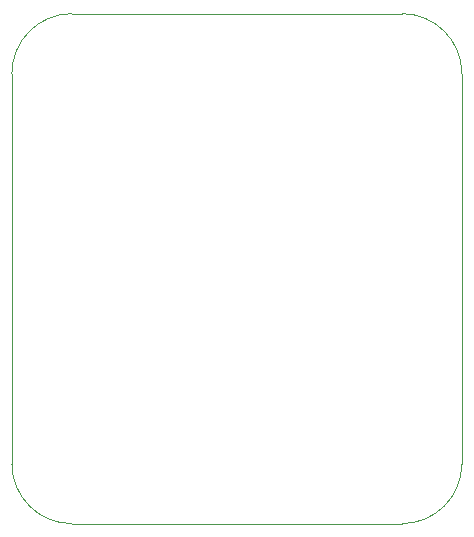
<source format=gbr>
%TF.GenerationSoftware,KiCad,Pcbnew,7.0.6*%
%TF.CreationDate,2024-03-18T09:35:31+01:00*%
%TF.ProjectId,PymonPCB,50796d6f-6e50-4434-922e-6b696361645f,rev?*%
%TF.SameCoordinates,Original*%
%TF.FileFunction,Profile,NP*%
%FSLAX46Y46*%
G04 Gerber Fmt 4.6, Leading zero omitted, Abs format (unit mm)*
G04 Created by KiCad (PCBNEW 7.0.6) date 2024-03-18 09:35:31*
%MOMM*%
%LPD*%
G01*
G04 APERTURE LIST*
%TA.AperFunction,Profile*%
%ADD10C,0.100000*%
%TD*%
G04 APERTURE END LIST*
D10*
X120650000Y-125730000D02*
X148590000Y-125730000D01*
X115570000Y-120650000D02*
X115570000Y-87630000D01*
X115570000Y-120650000D02*
G75*
G03*
X120650000Y-125730000I5080000J0D01*
G01*
X153670000Y-87630000D02*
X153670000Y-120650000D01*
X153670000Y-87630000D02*
G75*
G03*
X148590000Y-82550000I-5080000J0D01*
G01*
X120650000Y-82550000D02*
X148590000Y-82550000D01*
X120650000Y-82550000D02*
G75*
G03*
X115570000Y-87630000I0J-5080000D01*
G01*
X148590000Y-125730000D02*
G75*
G03*
X153670000Y-120650000I0J5080000D01*
G01*
M02*

</source>
